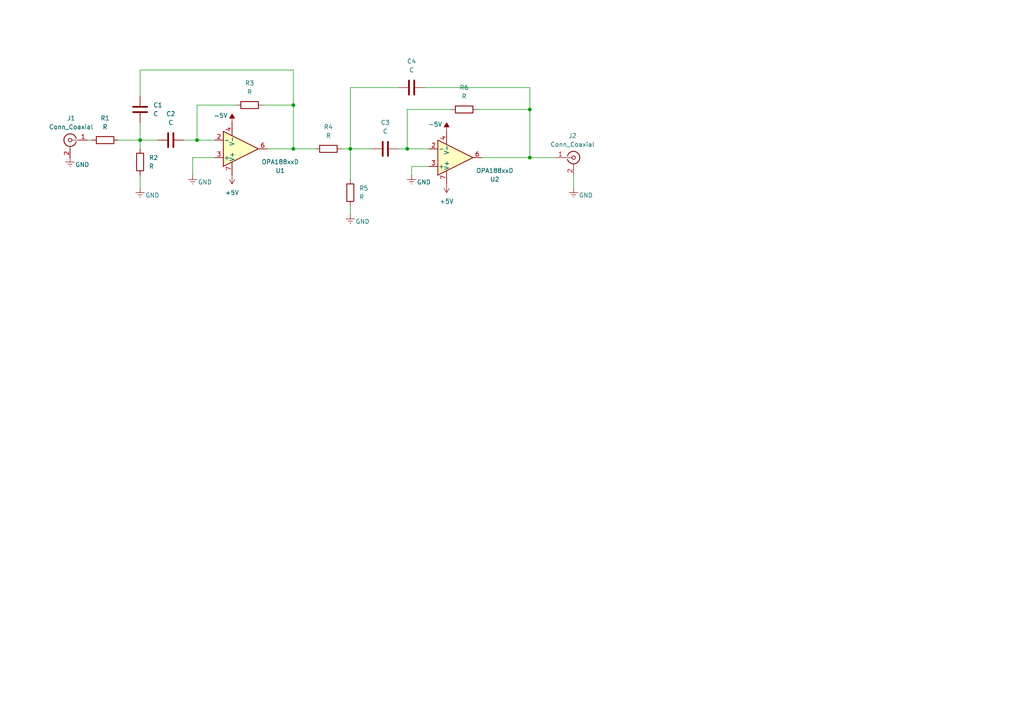
<source format=kicad_sch>
(kicad_sch (version 20231120) (generator "eeschema") (generator_version "8.0")
  (paper "A4")
  (lib_symbols
    (symbol "Amplifier_Operational:OPA188xxD" (pin_names (offset 0.127))
      (property "Reference" "U" (at 0 6.35 0))
      (property "Value" "OPA188xxD" (at 0 3.81 0))
      (symbol "OPA188xxD_0_1"
        (polyline (pts (xy -5.08 5.08) (xy 5.08 0) (xy -5.08 -5.08) (xy -5.08 5.08)) (stroke (width 0.254)) (fill (type background)))
      )
      (symbol "OPA188xxD_1_1"
        (pin no_connect line (at -2.54 2.54 270) (length 2.54) hide (name "NC") (number "1"))
        (pin input line (at -7.62 -2.54 0) (length 2.54) (name "-") (number "2"))
        (pin input line (at -7.62 2.54 0) (length 2.54) (name "+") (number "3"))
        (pin power_in line (at -2.54 -7.62 90) (length 3.81) (name "V-") (number "4"))
        (pin no_connect line (at 0 2.54 270) (length 2.54) hide (name "NC") (number "5"))
        (pin output line (at 7.62 0 180) (length 2.54) (name "~") (number "6"))
        (pin power_in line (at -2.54 7.62 270) (length 3.81) (name "V+") (number "7"))
        (pin no_connect line (at 0 -2.54 90) (length 2.54) hide (name "NC") (number "8"))
      )
    )
    (symbol "Connector:Conn_Coaxial" (pin_names (offset 1.016) hide)
      (property "Reference" "J" (at 0.254 3.048 0))
      (property "Value" "Conn_Coaxial" (at 2.921 0 90))
      (symbol "Conn_Coaxial_0_1"
        (arc (start -1.778 -0.508) (mid 0.2311 -1.8066) (end 1.778 0) (stroke (width 0.254)))
        (polyline (pts (xy -2.54 0) (xy -0.508 0)))
        (polyline (pts (xy 0 -2.54) (xy 0 -1.778)))
        (circle (center 0 0) (radius 0.508) (stroke (width 0.2032)))
        (arc (start 1.778 0) (mid 0.2099 1.8101) (end -1.778 0.508) (stroke (width 0.254)))
      )
      (symbol "Conn_Coaxial_1_1"
        (pin passive line (at -5.08 0 0) (length 2.54) (name "In") (number "1"))
        (pin passive line (at 0 -5.08 90) (length 2.54) (name "Ext") (number "2"))
      )
    )
    (symbol "Device:C" (pin_numbers hide) (pin_names (offset 0.254))
      (property "Reference" "C" (at 0.635 2.54 0))
      (property "Value" "C" (at 0.635 -2.54 0))
      (symbol "C_0_1"
        (polyline (pts (xy -2.032 -0.762) (xy 2.032 -0.762)) (stroke (width 0.508)))
        (polyline (pts (xy -2.032 0.762) (xy 2.032 0.762)) (stroke (width 0.508)))
      )
      (symbol "C_1_1"
        (pin passive line (at 0 3.81 270) (length 2.794) (name "~") (number "1"))
        (pin passive line (at 0 -3.81 90) (length 2.794) (name "~") (number "2"))
      )
    )
    (symbol "Device:R" (pin_numbers hide) (pin_names (offset 0))
      (property "Reference" "R" (at 2.032 0 90))
      (property "Value" "R" (at 0 0 90))
      (symbol "R_0_1"
        (rectangle (start -1.016 -2.54) (end 1.016 2.54) (stroke (width 0.254)))
      )
      (symbol "R_1_1"
        (pin passive line (at 0 3.81 270) (length 1.27) (name "~") (number "1"))
        (pin passive line (at 0 -3.81 90) (length 1.27) (name "~") (number "2"))
      )
    )
    (symbol "power:+5V" (power) (pin_numbers hide) (pin_names (offset 0) hide)
      (property "Value" "+5V" (at 0 3.556 0))
      (symbol "+5V_0_1"
        (polyline (pts (xy -0.762 1.27) (xy 0 2.54)))
        (polyline (pts (xy 0 0) (xy 0 2.54)))
        (polyline (pts (xy 0 2.54) (xy 0.762 1.27)))
      )
      (symbol "+5V_1_1"
        (pin power_in line (at 0 0 90) (length 0) (name "~") (number "1"))
      )
    )
    (symbol "power:-5V" (power) (pin_numbers hide) (pin_names (offset 0) hide)
      (property "Value" "-5V" (at 0 3.556 0))
      (symbol "-5V_0_0"
        (pin power_in line (at 0 0 90) (length 0) (name "~") (number "1"))
      )
      (symbol "-5V_0_1"
        (polyline (pts (xy 0 0) (xy 0 1.27) (xy 0.762 1.27) (xy 0 2.54) (xy -0.762 1.27) (xy 0 1.27)) (fill (type outline)))
      )
    )
    (symbol "power:Earth" (power) (pin_numbers hide) (pin_names (offset 0) hide)
      (property "Value" "Earth" (at 0 -3.81 0))
      (symbol "Earth_0_1"
        (polyline (pts (xy -0.635 -1.905) (xy 0.635 -1.905)))
        (polyline (pts (xy -0.127 -2.54) (xy 0.127 -2.54)))
        (polyline (pts (xy 0 -1.27) (xy 0 0)))
        (polyline (pts (xy 1.27 -1.27) (xy -1.27 -1.27)))
      )
      (symbol "Earth_1_1"
        (pin power_in line (at 0 0 270) (length 0) (name "~") (number "1"))
      )
    )
  )
  (junction (at 118.11 43.18))
  (junction (at 85.09 43.18))
  (junction (at 101.6 43.18))
  (junction (at 40.64 40.64))
  (junction (at 153.67 45.72))
  (junction (at 57.15 40.64))
  (junction (at 85.09 30.48))
  (junction (at 153.67 31.75))
  (wire (pts (xy 62.23 45.72) (xy 55.88 45.72)))
  (wire (pts (xy 68.58 30.48) (xy 57.15 30.48)))
  (wire (pts (xy 115.57 25.4) (xy 101.6 25.4)))
  (wire (pts (xy 101.6 25.4) (xy 101.6 43.18)))
  (wire (pts (xy 101.6 62.23) (xy 101.6 59.69)))
  (wire (pts (xy 115.57 43.18) (xy 118.11 43.18)))
  (wire (pts (xy 53.34 40.64) (xy 57.15 40.64)))
  (wire (pts (xy 138.43 31.75) (xy 153.67 31.75)))
  (wire (pts (xy 40.64 54.61) (xy 40.64 50.8)))
  (wire (pts (xy 55.88 45.72) (xy 55.88 50.8)))
  (wire (pts (xy 119.38 48.26) (xy 119.38 50.8)))
  (wire (pts (xy 101.6 43.18) (xy 101.6 52.07)))
  (wire (pts (xy 76.2 30.48) (xy 85.09 30.48)))
  (wire (pts (xy 57.15 30.48) (xy 57.15 40.64)))
  (wire (pts (xy 25.4 40.64) (xy 26.67 40.64)))
  (wire (pts (xy 40.64 35.56) (xy 40.64 40.64)))
  (wire (pts (xy 153.67 31.75) (xy 153.67 45.72)))
  (wire (pts (xy 101.6 43.18) (xy 107.95 43.18)))
  (wire (pts (xy 99.06 43.18) (xy 101.6 43.18)))
  (wire (pts (xy 85.09 20.32) (xy 85.09 30.48)))
  (wire (pts (xy 85.09 43.18) (xy 77.47 43.18)))
  (wire (pts (xy 34.29 40.64) (xy 40.64 40.64)))
  (wire (pts (xy 40.64 27.94) (xy 40.64 20.32)))
  (wire (pts (xy 118.11 31.75) (xy 118.11 43.18)))
  (wire (pts (xy 130.81 31.75) (xy 118.11 31.75)))
  (wire (pts (xy 40.64 40.64) (xy 40.64 43.18)))
  (wire (pts (xy 85.09 30.48) (xy 85.09 43.18)))
  (wire (pts (xy 124.46 48.26) (xy 119.38 48.26)))
  (wire (pts (xy 40.64 20.32) (xy 85.09 20.32)))
  (wire (pts (xy 57.15 40.64) (xy 62.23 40.64)))
  (wire (pts (xy 40.64 40.64) (xy 45.72 40.64)))
  (wire (pts (xy 166.37 54.61) (xy 166.37 50.8)))
  (wire (pts (xy 153.67 45.72) (xy 161.29 45.72)))
  (wire (pts (xy 153.67 45.72) (xy 139.7 45.72)))
  (wire (pts (xy 85.09 43.18) (xy 91.44 43.18)))
  (wire (pts (xy 118.11 43.18) (xy 124.46 43.18)))
  (wire (pts (xy 123.19 25.4) (xy 153.67 25.4)))
  (wire (pts (xy 153.67 25.4) (xy 153.67 31.75)))
  (symbol (lib_id "Device:C") (at 40.64 31.75 0) (unit 1)
    (property "Reference" "C1" (at 44.45 30.4799 0) (effects (justify left)))
    (property "Value" "C" (at 44.45 33.0199 0) (effects (justify left)))
    (property "Description" "Unpolarized capacitor" (effects (hide yes)))
  )
  (symbol (lib_id "Device:R") (at 134.62 31.75 270) (unit 1)
    (property "Reference" "R6" (at 134.62 25.4 90))
    (property "Value" "R" (at 134.62 27.94 90))
    (property "Description" "Resistor" (effects (hide yes)))
  )
  (symbol (lib_id "Device:R") (at 95.25 43.18 90) (unit 1)
    (property "Reference" "R4" (at 95.25 36.83 90))
    (property "Value" "R" (at 95.25 39.37 90))
    (property "Description" "Resistor" (effects (hide yes)))
  )
  (symbol (lib_id "power:+5V") (at 67.31 50.8 180) (unit 1)
    (property "Reference" "#PWR08" (effects (hide yes)))
    (property "Value" "+5V" (at 67.31 55.88 0))
    (property "Description" "Power symbol creates a global label with name \"+5V\"" (effects (hide yes)))
  )
  (symbol (lib_id "Device:R") (at 72.39 30.48 90) (unit 1)
    (property "Reference" "R3" (at 72.39 24.13 90))
    (property "Value" "R" (at 72.39 26.67 90))
    (property "Description" "Resistor" (effects (hide yes)))
  )
  (symbol (lib_id "power:Earth") (at 40.64 54.61 0) (unit 1)
    (property "Reference" "#PWR01" (effects (hide yes)))
    (property "Value" "GND" (at 44.196 56.642 0))
    (property "Description" "Power symbol creates a global label with name \"Earth\"" (effects (hide yes)))
  )
  (symbol (lib_id "power:Earth") (at 166.37 54.61 0) (unit 1)
    (property "Reference" "#PWR06" (effects (hide yes)))
    (property "Value" "GND" (at 169.926 56.642 0))
    (property "Description" "Power symbol creates a global label with name \"Earth\"" (effects (hide yes)))
  )
  (symbol (lib_id "power:+5V") (at 129.54 53.34 180) (unit 1)
    (property "Reference" "#PWR010" (effects (hide yes)))
    (property "Value" "+5V" (at 129.54 58.42 0))
    (property "Description" "Power symbol creates a global label with name \"+5V\"" (effects (hide yes)))
  )
  (symbol (lib_id "Device:R") (at 40.64 46.99 0) (unit 1)
    (property "Reference" "R2" (at 43.18 45.7199 0) (effects (justify left)))
    (property "Value" "R" (at 43.18 48.2599 0) (effects (justify left)))
    (property "Description" "Resistor" (effects (hide yes)))
  )
  (symbol (lib_id "Device:R") (at 30.48 40.64 90) (unit 1)
    (property "Reference" "R1" (at 30.48 34.29 90))
    (property "Value" "R" (at 30.48 36.83 90))
    (property "Description" "Resistor" (effects (hide yes)))
  )
  (symbol (lib_id "Connector:Conn_Coaxial") (at 20.32 40.64 0) (mirror y) (unit 1)
    (property "Reference" "J1" (at 20.6374 34.29 0))
    (property "Value" "Conn_Coaxial" (at 20.6374 36.83 0))
    (property "Footprint" "Connector_Coaxial:BNC_Amphenol_B6252HB-NPP3G-50_Horizontal" (effects (hide yes)))
    (property "Description" "coaxial connector (BNC, SMA, SMB, SMC, Cinch/RCA, LEMO, ...)" (effects (hide yes)))
  )
  (symbol (lib_id "power:-5V") (at 67.31 35.56 0) (unit 1)
    (property "Reference" "#PWR07" (effects (hide yes)))
    (property "Value" "-5V" (at 64.008 33.528 0))
    (property "Description" "Power symbol creates a global label with name \"-5V\"" (effects (hide yes)))
  )
  (symbol (lib_id "power:Earth") (at 55.88 50.8 0) (unit 1)
    (property "Reference" "#PWR03" (effects (hide yes)))
    (property "Value" "GND" (at 59.436 52.832 0))
    (property "Description" "Power symbol creates a global label with name \"Earth\"" (effects (hide yes)))
  )
  (symbol (lib_id "power:Earth") (at 20.32 45.72 0) (unit 1)
    (property "Reference" "#PWR02" (effects (hide yes)))
    (property "Value" "GND" (at 23.876 47.752 0))
    (property "Description" "Power symbol creates a global label with name \"Earth\"" (effects (hide yes)))
  )
  (symbol (lib_id "Amplifier_Operational:OPA188xxD") (at 132.08 45.72 0) (mirror x) (unit 1)
    (property "Reference" "U2" (at 143.51 52.0386 0))
    (property "Value" "OPA188xxD" (at 143.51 49.4986 0))
    (property "Footprint" "Package_SO:SOIC-8_3.9x4.9mm_P1.27mm" (effects (hide yes)))
    (property "Datasheet" "http://www.ti.com/lit/ds/symlink/opa188.pdf" (effects (hide yes)))
    (property "Description" "Precision, Low-Noise, Rail-to-Rail Output, 36-V, Zero-Drift Operational Amplifier, SOIC-8" (effects (hide yes)))
  )
  (symbol (lib_id "Device:C") (at 49.53 40.64 90) (unit 1)
    (property "Reference" "C2" (at 49.53 33.02 90))
    (property "Value" "C" (at 49.53 35.56 90))
    (property "Description" "Unpolarized capacitor" (effects (hide yes)))
  )
  (symbol (lib_id "Device:C") (at 119.38 25.4 90) (unit 1)
    (property "Reference" "C4" (at 119.38 17.78 90))
    (property "Value" "C" (at 119.38 20.32 90))
    (property "Description" "Unpolarized capacitor" (effects (hide yes)))
  )
  (symbol (lib_id "power:-5V") (at 129.54 38.1 0) (unit 1)
    (property "Reference" "#PWR09" (effects (hide yes)))
    (property "Value" "-5V" (at 126.238 36.068 0))
    (property "Description" "Power symbol creates a global label with name \"-5V\"" (effects (hide yes)))
  )
  (symbol (lib_id "power:Earth") (at 119.38 50.8 0) (unit 1)
    (property "Reference" "#PWR05" (effects (hide yes)))
    (property "Value" "GND" (at 122.936 52.832 0))
    (property "Description" "Power symbol creates a global label with name \"Earth\"" (effects (hide yes)))
  )
  (symbol (lib_id "Device:R") (at 101.6 55.88 180) (unit 1)
    (property "Reference" "R5" (at 104.14 54.6099 0) (effects (justify right)))
    (property "Value" "R" (at 104.14 57.1499 0) (effects (justify right)))
    (property "Description" "Resistor" (effects (hide yes)))
  )
  (symbol (lib_id "Device:C") (at 111.76 43.18 90) (unit 1)
    (property "Reference" "C3" (at 111.76 35.56 90))
    (property "Value" "C" (at 111.76 38.1 90))
    (property "Description" "Unpolarized capacitor" (effects (hide yes)))
  )
  (symbol (lib_id "Connector:Conn_Coaxial") (at 166.37 45.72 0) (unit 1)
    (property "Reference" "J2" (at 166.0526 39.37 0))
    (property "Value" "Conn_Coaxial" (at 166.0526 41.91 0))
    (property "Footprint" "Connector_Coaxial:BNC_Amphenol_B6252HB-NPP3G-50_Horizontal" (effects (hide yes)))
    (property "Description" "coaxial connector (BNC, SMA, SMB, SMC, Cinch/RCA, LEMO, ...)" (effects (hide yes)))
  )
  (symbol (lib_id "Amplifier_Operational:OPA188xxD") (at 69.85 43.18 0) (mirror x) (unit 1)
    (property "Reference" "U1" (at 81.28 49.4986 0))
    (property "Value" "OPA188xxD" (at 81.28 46.9586 0))
    (property "Footprint" "Package_SO:SOIC-8_3.9x4.9mm_P1.27mm" (effects (hide yes)))
    (property "Datasheet" "http://www.ti.com/lit/ds/symlink/opa188.pdf" (effects (hide yes)))
    (property "Description" "Precision, Low-Noise, Rail-to-Rail Output, 36-V, Zero-Drift Operational Amplifier, SOIC-8" (effects (hide yes)))
  )
  (symbol (lib_id "power:Earth") (at 101.6 62.23 0) (unit 1)
    (property "Reference" "#PWR04" (effects (hide yes)))
    (property "Value" "GND" (at 105.156 64.262 0))
    (property "Description" "Power symbol creates a global label with name \"Earth\"" (effects (hide yes)))
  )
)
</source>
